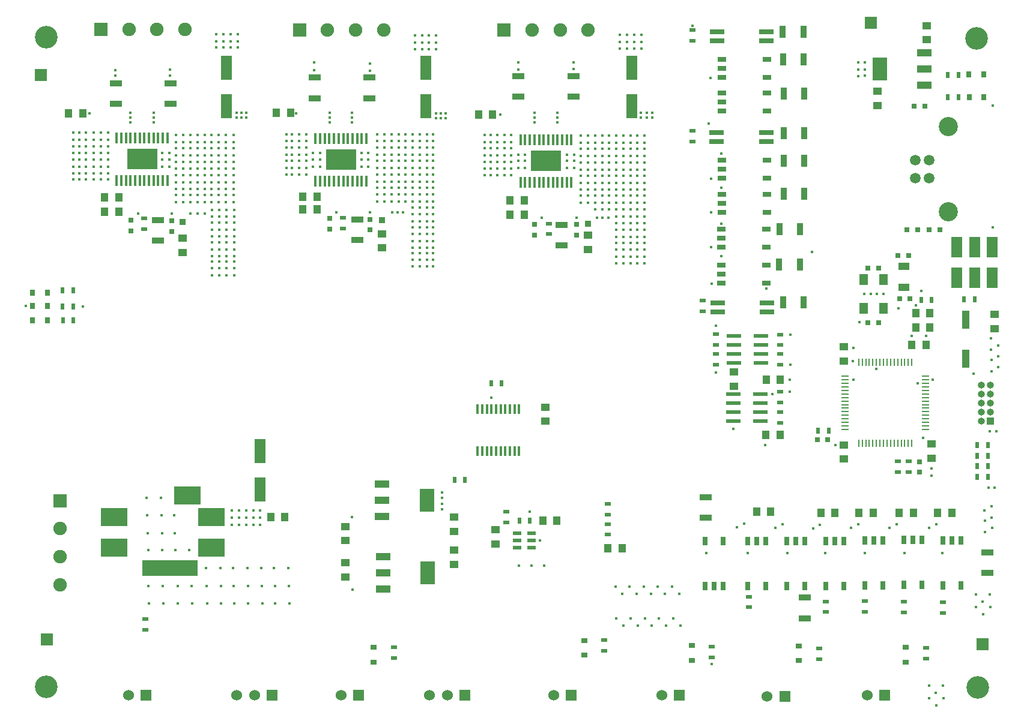
<source format=gts>
G04 #@! TF.FileFunction,Soldermask,Top*
%FSLAX46Y46*%
G04 Gerber Fmt 4.6, Leading zero omitted, Abs format (unit mm)*
G04 Created by KiCad (PCBNEW 4.0.1-stable) date 2018/05/08 19:42:46*
%MOMM*%
G01*
G04 APERTURE LIST*
%ADD10C,0.150000*%
%ADD11C,0.400000*%
%ADD12C,1.900000*%
%ADD13R,1.900000X1.900000*%
%ADD14R,2.000000X3.200000*%
%ADD15R,2.000000X1.000000*%
%ADD16R,1.200000X0.800000*%
%ADD17R,1.200000X1.500000*%
%ADD18R,0.250000X1.000000*%
%ADD19R,1.000000X0.250000*%
%ADD20C,1.520000*%
%ADD21C,2.700000*%
%ADD22R,0.900000X1.700000*%
%ADD23R,1.600000X3.500000*%
%ADD24R,3.800000X2.500000*%
%ADD25R,7.900000X2.300000*%
%ADD26R,1.000000X1.250000*%
%ADD27R,0.750000X0.800000*%
%ADD28R,1.250000X1.000000*%
%ADD29R,0.850000X0.850000*%
%ADD30R,0.800000X0.750000*%
%ADD31R,0.500000X0.900000*%
%ADD32R,0.900000X0.500000*%
%ADD33R,1.700000X0.900000*%
%ADD34R,1.000000X2.500000*%
%ADD35R,1.500000X3.000000*%
%ADD36R,2.000000X0.530000*%
%ADD37R,1.200000X0.500000*%
%ADD38R,1.600000X1.000000*%
%ADD39R,0.800000X1.200000*%
%ADD40R,0.450000X1.650000*%
%ADD41R,4.320000X3.000000*%
%ADD42C,3.200000*%
%ADD43R,1.700000X1.700000*%
%ADD44R,1.000000X1.000000*%
%ADD45O,1.000000X1.000000*%
%ADD46C,1.524000*%
%ADD47R,1.524000X1.524000*%
%ADD48R,2.000000X0.800000*%
%ADD49R,0.450000X1.450000*%
%ADD50R,0.800000X0.900000*%
%ADD51R,0.900000X0.800000*%
G04 APERTURE END LIST*
D10*
D11*
X266475000Y-116120000D03*
X219070000Y-86320000D03*
X220070000Y-86320000D03*
X219070000Y-87320000D03*
X220070000Y-87320000D03*
X220070000Y-89220000D03*
X219070000Y-89220000D03*
X220070000Y-88220000D03*
X219070000Y-88220000D03*
X219070000Y-84420000D03*
X220070000Y-84420000D03*
X219070000Y-85420000D03*
X220070000Y-85420000D03*
X220070000Y-83520000D03*
X219070000Y-83520000D03*
X220070000Y-82520000D03*
X219070000Y-82520000D03*
X219070000Y-91020000D03*
X220070000Y-91020000D03*
X219070000Y-92020000D03*
X220070000Y-92020000D03*
X220070000Y-90120000D03*
X219070000Y-90120000D03*
X219070000Y-92920000D03*
X220070000Y-92920000D03*
X220070000Y-100520000D03*
X219070000Y-100520000D03*
X219070000Y-97720000D03*
X220070000Y-97720000D03*
X220070000Y-99620000D03*
X219070000Y-99620000D03*
X220070000Y-98620000D03*
X219070000Y-98620000D03*
X219070000Y-95820000D03*
X220070000Y-95820000D03*
X219070000Y-96820000D03*
X220070000Y-96820000D03*
X220070000Y-94920000D03*
X219070000Y-94920000D03*
X220070000Y-93920000D03*
X219070000Y-93920000D03*
X190320000Y-89920000D03*
X190320000Y-90820000D03*
X190320000Y-82320000D03*
X190320000Y-83320000D03*
X190320000Y-85220000D03*
X190320000Y-84220000D03*
X190320000Y-88020000D03*
X190320000Y-89020000D03*
X190320000Y-87120000D03*
X190320000Y-86120000D03*
X190320000Y-100020000D03*
X190320000Y-101020000D03*
X190320000Y-99120000D03*
X190320000Y-98320000D03*
X190320000Y-95520000D03*
X190320000Y-97420000D03*
X190320000Y-96420000D03*
X190320000Y-93620000D03*
X190320000Y-94620000D03*
X190320000Y-92720000D03*
X190320000Y-91820000D03*
X198520000Y-119560000D03*
X197540000Y-82420000D03*
X197540000Y-83420000D03*
X197540000Y-85320000D03*
X197540000Y-84320000D03*
X197540000Y-88120000D03*
X197540000Y-87220000D03*
X197540000Y-86220000D03*
X198440000Y-86220000D03*
X198440000Y-87220000D03*
X198440000Y-88120000D03*
X198440000Y-84320000D03*
X198440000Y-85320000D03*
X198440000Y-83420000D03*
X198440000Y-82420000D03*
X169640000Y-82320000D03*
X169640000Y-83320000D03*
X169640000Y-85220000D03*
X169640000Y-84220000D03*
X169640000Y-88020000D03*
X169640000Y-87120000D03*
X169640000Y-86120000D03*
X210190000Y-85220000D03*
X209190000Y-85220000D03*
X210190000Y-87120000D03*
X209190000Y-87120000D03*
X210190000Y-86120000D03*
X209190000Y-86120000D03*
X202290000Y-86120000D03*
X203290000Y-86120000D03*
X202290000Y-87120000D03*
X203290000Y-87120000D03*
X202290000Y-85220000D03*
X203290000Y-85220000D03*
X181190000Y-85020000D03*
X180190000Y-85020000D03*
X181190000Y-86920000D03*
X180190000Y-86920000D03*
X181190000Y-85920000D03*
X180190000Y-85920000D03*
X153090000Y-85020000D03*
X152090000Y-85020000D03*
X153090000Y-86920000D03*
X152090000Y-86920000D03*
X153090000Y-85920000D03*
X152090000Y-85920000D03*
X173390000Y-85920000D03*
X174390000Y-85920000D03*
X173390000Y-86920000D03*
X174390000Y-86920000D03*
X173390000Y-85020000D03*
X174390000Y-85020000D03*
X144490000Y-88720000D03*
X143490000Y-88720000D03*
X142490000Y-88720000D03*
X140390000Y-88720000D03*
X141390000Y-88720000D03*
X139590000Y-88720000D03*
X139590000Y-82120000D03*
X139590000Y-83120000D03*
X139590000Y-85020000D03*
X139590000Y-84020000D03*
X139590000Y-87820000D03*
X139590000Y-86920000D03*
X139590000Y-85920000D03*
X140390000Y-85920000D03*
X141390000Y-85920000D03*
X140390000Y-86920000D03*
X141390000Y-86920000D03*
X141390000Y-87820000D03*
X140390000Y-87820000D03*
X140390000Y-84020000D03*
X141390000Y-84020000D03*
X140390000Y-85020000D03*
X141390000Y-85020000D03*
X141390000Y-83120000D03*
X140390000Y-83120000D03*
X141390000Y-82120000D03*
X140390000Y-82120000D03*
X210100000Y-73100000D03*
X210100000Y-72200000D03*
X202300000Y-72200000D03*
X202300000Y-73200000D03*
X181400000Y-73400000D03*
X181400000Y-72400000D03*
X173500000Y-72200000D03*
X173500000Y-73300000D03*
X153200000Y-74100000D03*
X153200000Y-73200000D03*
X145500000Y-73300000D03*
X145500000Y-74100000D03*
X159740000Y-70120000D03*
X160740000Y-70120000D03*
X161740000Y-70120000D03*
X162740000Y-70120000D03*
X162740000Y-69220000D03*
X161740000Y-69220000D03*
X160740000Y-69220000D03*
X159740000Y-69220000D03*
X162740000Y-68220000D03*
X161740000Y-68220000D03*
X160740000Y-68220000D03*
X159740000Y-68220000D03*
X187740000Y-68420000D03*
X188740000Y-68420000D03*
X189740000Y-68420000D03*
X190740000Y-68420000D03*
X187740000Y-69420000D03*
X188740000Y-69420000D03*
X189740000Y-69420000D03*
X190740000Y-69420000D03*
X190740000Y-70320000D03*
X189740000Y-70320000D03*
X188740000Y-70320000D03*
X187740000Y-70320000D03*
X216640000Y-70220000D03*
X217640000Y-70220000D03*
X218640000Y-70220000D03*
X219640000Y-70220000D03*
X219640000Y-69320000D03*
X218640000Y-69320000D03*
X217640000Y-69320000D03*
X216640000Y-69320000D03*
X219640000Y-68320000D03*
X218640000Y-68320000D03*
X217640000Y-68320000D03*
X216640000Y-68320000D03*
X182440000Y-85220000D03*
X240600000Y-117000000D03*
X240600000Y-118700000D03*
X234150000Y-137270000D03*
X233150000Y-137820000D03*
X238550000Y-137920000D03*
X239550000Y-137370000D03*
X244850000Y-137470000D03*
X243850000Y-138020000D03*
X249250000Y-137920000D03*
X250250000Y-137370000D03*
X254650000Y-137920000D03*
X255650000Y-137370000D03*
X261250000Y-137370000D03*
X260250000Y-137920000D03*
X268100000Y-136920000D03*
X269100000Y-137920000D03*
X268100000Y-138470000D03*
X268050000Y-135420000D03*
X269050000Y-136420000D03*
X269050000Y-134870000D03*
X259400000Y-125200000D03*
X237100000Y-126200000D03*
X247000000Y-126200000D03*
X249500000Y-114400000D03*
X249550000Y-116970000D03*
X257800000Y-110820000D03*
X260750000Y-116970000D03*
X252800000Y-115500000D03*
X249550000Y-112470000D03*
X250450000Y-108870000D03*
X259800000Y-110800000D03*
X258600000Y-117500000D03*
X259100000Y-104420000D03*
X255900000Y-106900000D03*
X258400000Y-106500000D03*
X252850000Y-104870000D03*
X253800000Y-104900000D03*
X268600000Y-132200000D03*
X269500000Y-132200000D03*
X269700000Y-124300000D03*
X268950000Y-111170000D03*
X269950000Y-112170000D03*
X269950000Y-113720000D03*
X268950000Y-112720000D03*
X269000000Y-115770000D03*
X270000000Y-115220000D03*
X269000000Y-114220000D03*
X269200000Y-95520000D03*
X252700000Y-72220000D03*
X253700000Y-72220000D03*
X253700000Y-74100000D03*
X252700000Y-73220000D03*
X253700000Y-73220000D03*
X252700000Y-74120000D03*
X250200000Y-74120000D03*
X240700000Y-110600000D03*
X240700000Y-114900000D03*
X232600000Y-123900000D03*
X230200000Y-116000000D03*
X230200000Y-109400000D03*
X205400000Y-139700000D03*
X226900000Y-67000000D03*
X229200000Y-80800000D03*
X229400000Y-74400000D03*
X229500000Y-88600000D03*
X229500000Y-93400000D03*
X229600000Y-103400000D03*
X229500000Y-98300000D03*
X191600000Y-134500000D03*
X191600000Y-135300000D03*
X191600000Y-133700000D03*
X171000000Y-79400000D03*
X141900000Y-79400000D03*
X147600000Y-79300000D03*
X189440000Y-91820000D03*
X188440000Y-91820000D03*
X187440000Y-91820000D03*
X187440000Y-92720000D03*
X188440000Y-92720000D03*
X189440000Y-92720000D03*
X189440000Y-94620000D03*
X188440000Y-94620000D03*
X187440000Y-94620000D03*
X189440000Y-93620000D03*
X188440000Y-93620000D03*
X187440000Y-93620000D03*
X187440000Y-96420000D03*
X188440000Y-96420000D03*
X189440000Y-96420000D03*
X187440000Y-97420000D03*
X188440000Y-97420000D03*
X189440000Y-97420000D03*
X189440000Y-95520000D03*
X188440000Y-95520000D03*
X187440000Y-95520000D03*
X187440000Y-98320000D03*
X188440000Y-98320000D03*
X189440000Y-98320000D03*
X187440000Y-99120000D03*
X188440000Y-99120000D03*
X189440000Y-99120000D03*
X189440000Y-101020000D03*
X188440000Y-101020000D03*
X187440000Y-101020000D03*
X189440000Y-100020000D03*
X188440000Y-100020000D03*
X187440000Y-100020000D03*
X162240000Y-100320000D03*
X162240000Y-102220000D03*
X162240000Y-101220000D03*
X159140000Y-101220000D03*
X160140000Y-101220000D03*
X161140000Y-101220000D03*
X159140000Y-102220000D03*
X160140000Y-102220000D03*
X161140000Y-102220000D03*
X161140000Y-100320000D03*
X160140000Y-100320000D03*
X159140000Y-100320000D03*
X162240000Y-99520000D03*
X161140000Y-99520000D03*
X160140000Y-99520000D03*
X159140000Y-99520000D03*
X159140000Y-96720000D03*
X160140000Y-96720000D03*
X161140000Y-96720000D03*
X161140000Y-98620000D03*
X160140000Y-98620000D03*
X159140000Y-98620000D03*
X161140000Y-97620000D03*
X160140000Y-97620000D03*
X159140000Y-97620000D03*
X162240000Y-97620000D03*
X162240000Y-98620000D03*
X162240000Y-96720000D03*
X162240000Y-93920000D03*
X162240000Y-95820000D03*
X162240000Y-94820000D03*
X159140000Y-94820000D03*
X160140000Y-94820000D03*
X161140000Y-94820000D03*
X159140000Y-95820000D03*
X160140000Y-95820000D03*
X161140000Y-95820000D03*
X161140000Y-93920000D03*
X160140000Y-93920000D03*
X159140000Y-93920000D03*
X216140000Y-93920000D03*
X217140000Y-93920000D03*
X218140000Y-93920000D03*
X216140000Y-94920000D03*
X217140000Y-94920000D03*
X218140000Y-94920000D03*
X218140000Y-96820000D03*
X217140000Y-96820000D03*
X216140000Y-96820000D03*
X218140000Y-95820000D03*
X217140000Y-95820000D03*
X216140000Y-95820000D03*
X216140000Y-98620000D03*
X217140000Y-98620000D03*
X218140000Y-98620000D03*
X216140000Y-99620000D03*
X217140000Y-99620000D03*
X218140000Y-99620000D03*
X218140000Y-97720000D03*
X217140000Y-97720000D03*
X216140000Y-97720000D03*
X216140000Y-100520000D03*
X217140000Y-100520000D03*
X218140000Y-100520000D03*
X162600000Y-80000000D03*
X162600000Y-79300000D03*
X163300000Y-79300000D03*
X163300000Y-80000000D03*
X164000000Y-80000000D03*
X164000000Y-79300000D03*
X220400000Y-80000000D03*
X220400000Y-79300000D03*
X192100000Y-79400000D03*
X192100000Y-80100000D03*
X191400000Y-80100000D03*
X191400000Y-79400000D03*
X207850000Y-80000000D03*
X207850000Y-79300000D03*
X207850000Y-80700000D03*
X221200000Y-80000000D03*
X221200000Y-79300000D03*
X190700000Y-79400000D03*
X190700000Y-80100000D03*
X204600000Y-80700000D03*
X204600000Y-79300000D03*
X204600000Y-80000000D03*
X219600000Y-80000000D03*
X219600000Y-79300000D03*
X178900000Y-80700000D03*
X178900000Y-79300000D03*
X178900000Y-80000000D03*
X175700000Y-80000000D03*
X175700000Y-79300000D03*
X175700000Y-80700000D03*
X150900000Y-80000000D03*
X150900000Y-79300000D03*
X150900000Y-80700000D03*
X147600000Y-80700000D03*
X199800000Y-79600000D03*
X147600000Y-80000000D03*
X148700000Y-93500000D03*
X153500000Y-93500000D03*
X156100000Y-93500000D03*
X158100000Y-93500000D03*
X157100000Y-93500000D03*
X215000000Y-94100000D03*
X214200000Y-94100000D03*
X213400000Y-94100000D03*
X210500000Y-94100000D03*
X205600000Y-94100000D03*
X176700000Y-93400000D03*
X181400000Y-93400000D03*
X184500000Y-93400000D03*
X185300000Y-93400000D03*
X186100000Y-93400000D03*
X142490000Y-82120000D03*
X143490000Y-82120000D03*
X144490000Y-82120000D03*
X142490000Y-83120000D03*
X143490000Y-83120000D03*
X144490000Y-83120000D03*
X144490000Y-85020000D03*
X143490000Y-85020000D03*
X142490000Y-85020000D03*
X144490000Y-84020000D03*
X143490000Y-84020000D03*
X142490000Y-84020000D03*
X142490000Y-87820000D03*
X143490000Y-87820000D03*
X144490000Y-87820000D03*
X144490000Y-86920000D03*
X143490000Y-86920000D03*
X142490000Y-86920000D03*
X144490000Y-85920000D03*
X143490000Y-85920000D03*
X142490000Y-85920000D03*
X154090000Y-90920000D03*
X155090000Y-90920000D03*
X156090000Y-90920000D03*
X157090000Y-90920000D03*
X154090000Y-91920000D03*
X155090000Y-91920000D03*
X156090000Y-91920000D03*
X157090000Y-91920000D03*
X157090000Y-90020000D03*
X156090000Y-90020000D03*
X155090000Y-90020000D03*
X154090000Y-90020000D03*
X158090000Y-90020000D03*
X159090000Y-90020000D03*
X160090000Y-90020000D03*
X161090000Y-90020000D03*
X161090000Y-91920000D03*
X160090000Y-91920000D03*
X159090000Y-91920000D03*
X158090000Y-91920000D03*
X161090000Y-90920000D03*
X160090000Y-90920000D03*
X159090000Y-90920000D03*
X158090000Y-90920000D03*
X162190000Y-90920000D03*
X162190000Y-91920000D03*
X162190000Y-90020000D03*
X162190000Y-86220000D03*
X162190000Y-87220000D03*
X162190000Y-89120000D03*
X162190000Y-88120000D03*
X162190000Y-84320000D03*
X162190000Y-85320000D03*
X162190000Y-83420000D03*
X162190000Y-82420000D03*
X158090000Y-82420000D03*
X159090000Y-82420000D03*
X160090000Y-82420000D03*
X161090000Y-82420000D03*
X158090000Y-83420000D03*
X159090000Y-83420000D03*
X160090000Y-83420000D03*
X161090000Y-83420000D03*
X161090000Y-85320000D03*
X160090000Y-85320000D03*
X159090000Y-85320000D03*
X158090000Y-85320000D03*
X161090000Y-84320000D03*
X160090000Y-84320000D03*
X159090000Y-84320000D03*
X158090000Y-84320000D03*
X158090000Y-88120000D03*
X159090000Y-88120000D03*
X160090000Y-88120000D03*
X161090000Y-88120000D03*
X158090000Y-89120000D03*
X159090000Y-89120000D03*
X160090000Y-89120000D03*
X161090000Y-89120000D03*
X161090000Y-87220000D03*
X160090000Y-87220000D03*
X159090000Y-87220000D03*
X158090000Y-87220000D03*
X161090000Y-86220000D03*
X160090000Y-86220000D03*
X159090000Y-86220000D03*
X158090000Y-86220000D03*
X154090000Y-86220000D03*
X155090000Y-86220000D03*
X156090000Y-86220000D03*
X157090000Y-86220000D03*
X154090000Y-87220000D03*
X155090000Y-87220000D03*
X156090000Y-87220000D03*
X157090000Y-87220000D03*
X157090000Y-89120000D03*
X156090000Y-89120000D03*
X155090000Y-89120000D03*
X154090000Y-89120000D03*
X157090000Y-88120000D03*
X156090000Y-88120000D03*
X155090000Y-88120000D03*
X154090000Y-88120000D03*
X154090000Y-84320000D03*
X155090000Y-84320000D03*
X156090000Y-84320000D03*
X157090000Y-84320000D03*
X154090000Y-85320000D03*
X155090000Y-85320000D03*
X156090000Y-85320000D03*
X157090000Y-85320000D03*
X157090000Y-83420000D03*
X156090000Y-83420000D03*
X155090000Y-83420000D03*
X154090000Y-83420000D03*
X157090000Y-82420000D03*
X156090000Y-82420000D03*
X155090000Y-82420000D03*
X154090000Y-82420000D03*
D12*
X155340000Y-67530000D03*
X151380000Y-67530000D03*
D13*
X143460000Y-67530000D03*
D12*
X147420000Y-67530000D03*
D11*
X170440000Y-86120000D03*
X171440000Y-86120000D03*
X172440000Y-86120000D03*
X170440000Y-87120000D03*
X171440000Y-87120000D03*
X172440000Y-87120000D03*
X172440000Y-88020000D03*
X171440000Y-88020000D03*
X170440000Y-88020000D03*
X170440000Y-84220000D03*
X171440000Y-84220000D03*
X172440000Y-84220000D03*
X170440000Y-85220000D03*
X171440000Y-85220000D03*
X172440000Y-85220000D03*
X172440000Y-83320000D03*
X171440000Y-83320000D03*
X170440000Y-83320000D03*
X172440000Y-82320000D03*
X171440000Y-82320000D03*
X170440000Y-82320000D03*
X182440000Y-82320000D03*
X183440000Y-82320000D03*
X184440000Y-82320000D03*
X185440000Y-82320000D03*
X182440000Y-83320000D03*
X183440000Y-83320000D03*
X184440000Y-83320000D03*
X185440000Y-83320000D03*
X185440000Y-85220000D03*
X184440000Y-85220000D03*
X183440000Y-85220000D03*
X185440000Y-84220000D03*
X184440000Y-84220000D03*
X183440000Y-84220000D03*
X182440000Y-84220000D03*
X182440000Y-88020000D03*
X183440000Y-88020000D03*
X184440000Y-88020000D03*
X185440000Y-88020000D03*
X182440000Y-89020000D03*
X183440000Y-89020000D03*
X184440000Y-89020000D03*
X185440000Y-89020000D03*
X185440000Y-87120000D03*
X184440000Y-87120000D03*
X183440000Y-87120000D03*
X182440000Y-87120000D03*
X185440000Y-86120000D03*
X184440000Y-86120000D03*
X183440000Y-86120000D03*
X182440000Y-86120000D03*
X186440000Y-86120000D03*
X187440000Y-86120000D03*
X188440000Y-86120000D03*
X189440000Y-86120000D03*
X186440000Y-87120000D03*
X187440000Y-87120000D03*
X188440000Y-87120000D03*
X189440000Y-87120000D03*
X189440000Y-89020000D03*
X188440000Y-89020000D03*
X187440000Y-89020000D03*
X186440000Y-89020000D03*
X189440000Y-88020000D03*
X188440000Y-88020000D03*
X187440000Y-88020000D03*
X186440000Y-88020000D03*
X186440000Y-84220000D03*
X187440000Y-84220000D03*
X188440000Y-84220000D03*
X189440000Y-84220000D03*
X186440000Y-85220000D03*
X187440000Y-85220000D03*
X188440000Y-85220000D03*
X189440000Y-85220000D03*
X189440000Y-83320000D03*
X188440000Y-83320000D03*
X187440000Y-83320000D03*
X186440000Y-83320000D03*
X189440000Y-82320000D03*
X188440000Y-82320000D03*
X187440000Y-82320000D03*
X186440000Y-82320000D03*
X162240000Y-93020000D03*
X186440000Y-90820000D03*
X187440000Y-90820000D03*
X188440000Y-90820000D03*
X189440000Y-90820000D03*
X186440000Y-91820000D03*
X159140000Y-93020000D03*
X160140000Y-93020000D03*
X161140000Y-93020000D03*
X189440000Y-89920000D03*
X188440000Y-89920000D03*
X187440000Y-89920000D03*
X186440000Y-89920000D03*
X182440000Y-89920000D03*
X183440000Y-89920000D03*
X184440000Y-89920000D03*
X185440000Y-89920000D03*
X185440000Y-91820000D03*
X184440000Y-91820000D03*
X183440000Y-91820000D03*
X182440000Y-91820000D03*
X185440000Y-90820000D03*
X184440000Y-90820000D03*
X183440000Y-90820000D03*
X182440000Y-90820000D03*
X199340000Y-82420000D03*
X200340000Y-82420000D03*
X201340000Y-82420000D03*
X199340000Y-83420000D03*
X200340000Y-83420000D03*
X201340000Y-83420000D03*
X201340000Y-85320000D03*
X200340000Y-85320000D03*
X199340000Y-85320000D03*
X201340000Y-84320000D03*
X200340000Y-84320000D03*
X199340000Y-84320000D03*
X199340000Y-88120000D03*
X200340000Y-88120000D03*
X201340000Y-88120000D03*
X201340000Y-87220000D03*
X200340000Y-87220000D03*
X199340000Y-87220000D03*
X201340000Y-86220000D03*
X200340000Y-86220000D03*
X199340000Y-86220000D03*
X218140000Y-92920000D03*
X217140000Y-92920000D03*
X216140000Y-92920000D03*
X215140000Y-92920000D03*
X213140000Y-92920000D03*
X214140000Y-92920000D03*
X211140000Y-91020000D03*
X212140000Y-91020000D03*
X213140000Y-91020000D03*
X214140000Y-91020000D03*
X211140000Y-92020000D03*
X212140000Y-92020000D03*
X213140000Y-92020000D03*
X214140000Y-92020000D03*
X214140000Y-90120000D03*
X213140000Y-90120000D03*
X212140000Y-90120000D03*
X211140000Y-90120000D03*
X215140000Y-90120000D03*
X216140000Y-90120000D03*
X217140000Y-90120000D03*
X218140000Y-90120000D03*
X218140000Y-92020000D03*
X217140000Y-92020000D03*
X216140000Y-92020000D03*
X215140000Y-92020000D03*
X218140000Y-91020000D03*
X217140000Y-91020000D03*
X216140000Y-91020000D03*
X215140000Y-91020000D03*
X215140000Y-82520000D03*
X216140000Y-82520000D03*
X217140000Y-82520000D03*
X218140000Y-82520000D03*
X215140000Y-83520000D03*
X216140000Y-83520000D03*
X217140000Y-83520000D03*
X218140000Y-83520000D03*
X218140000Y-85420000D03*
X217140000Y-85420000D03*
X216140000Y-85420000D03*
X215140000Y-85420000D03*
X218140000Y-84420000D03*
X217140000Y-84420000D03*
X216140000Y-84420000D03*
X215140000Y-84420000D03*
X215140000Y-88220000D03*
X216140000Y-88220000D03*
X217140000Y-88220000D03*
X218140000Y-88220000D03*
X215140000Y-89220000D03*
X216140000Y-89220000D03*
X217140000Y-89220000D03*
X218140000Y-89220000D03*
X218140000Y-87320000D03*
X217140000Y-87320000D03*
X216140000Y-87320000D03*
X215140000Y-87320000D03*
X218140000Y-86320000D03*
X217140000Y-86320000D03*
X216140000Y-86320000D03*
X215140000Y-86320000D03*
X211140000Y-86320000D03*
X212140000Y-86320000D03*
X213140000Y-86320000D03*
X214140000Y-86320000D03*
X211140000Y-87320000D03*
X212140000Y-87320000D03*
X213140000Y-87320000D03*
X214140000Y-87320000D03*
X214140000Y-89220000D03*
X213140000Y-89220000D03*
X212140000Y-89220000D03*
X211140000Y-89220000D03*
X214140000Y-88220000D03*
X213140000Y-88220000D03*
X212140000Y-88220000D03*
X211140000Y-88220000D03*
X211140000Y-84420000D03*
X212140000Y-84420000D03*
X213140000Y-84420000D03*
X214140000Y-84420000D03*
X211140000Y-85420000D03*
X212140000Y-85420000D03*
X213140000Y-85420000D03*
X214140000Y-85420000D03*
D14*
X253250000Y-73150000D03*
D15*
X259550000Y-73150000D03*
X259550000Y-70850000D03*
X259550000Y-75450000D03*
D16*
X237320000Y-103345000D03*
X237320000Y-100805000D03*
X230970000Y-102075000D03*
X230970000Y-100805000D03*
X230970000Y-103345000D03*
D17*
X253775000Y-106925000D03*
X253775000Y-102825000D03*
X250975000Y-102825000D03*
X250975000Y-106925000D03*
D18*
X257800000Y-114550000D03*
X257300000Y-114550000D03*
X256800000Y-114550000D03*
X256300000Y-114550000D03*
X255800000Y-114550000D03*
X255300000Y-114550000D03*
X254800000Y-114550000D03*
X254300000Y-114550000D03*
X253800000Y-114550000D03*
X253300000Y-114550000D03*
X252800000Y-114550000D03*
X252300000Y-114550000D03*
X251800000Y-114550000D03*
X251300000Y-114550000D03*
X250800000Y-114550000D03*
X250300000Y-114550000D03*
D19*
X248350000Y-116500000D03*
X248350000Y-117000000D03*
X248350000Y-117500000D03*
X248350000Y-118000000D03*
X248350000Y-118500000D03*
X248350000Y-119000000D03*
X248350000Y-119500000D03*
X248350000Y-120000000D03*
X248350000Y-120500000D03*
X248350000Y-121000000D03*
X248350000Y-121500000D03*
X248350000Y-122000000D03*
X248350000Y-122500000D03*
X248350000Y-123000000D03*
X248350000Y-123500000D03*
X248350000Y-124000000D03*
D18*
X250300000Y-125950000D03*
X250800000Y-125950000D03*
X251300000Y-125950000D03*
X251800000Y-125950000D03*
X252300000Y-125950000D03*
X252800000Y-125950000D03*
X253300000Y-125950000D03*
X253800000Y-125950000D03*
X254300000Y-125950000D03*
X254800000Y-125950000D03*
X255300000Y-125950000D03*
X255800000Y-125950000D03*
X256300000Y-125950000D03*
X256800000Y-125950000D03*
X257300000Y-125950000D03*
X257800000Y-125950000D03*
D19*
X259750000Y-124000000D03*
X259750000Y-123500000D03*
X259750000Y-123000000D03*
X259750000Y-122500000D03*
X259750000Y-122000000D03*
X259750000Y-121500000D03*
X259750000Y-121000000D03*
X259750000Y-120500000D03*
X259750000Y-120000000D03*
X259750000Y-119500000D03*
X259750000Y-119000000D03*
X259750000Y-118500000D03*
X259750000Y-118000000D03*
X259750000Y-117500000D03*
X259750000Y-117000000D03*
X259750000Y-116500000D03*
D20*
X258250000Y-88540000D03*
X258250000Y-86000000D03*
X260250000Y-86000000D03*
X260250000Y-88540000D03*
D21*
X262950000Y-93270000D03*
X262950000Y-81270000D03*
D11*
X260564000Y-129538000D03*
X260564000Y-130538000D03*
X205994000Y-143256000D03*
X204216000Y-143256000D03*
X202438000Y-143256000D03*
X238100000Y-119000000D03*
X245618000Y-141478000D03*
X234696000Y-141478000D03*
X240284000Y-141478000D03*
X251206000Y-141478000D03*
X256794000Y-141478000D03*
X228800000Y-141450000D03*
X268800000Y-124300000D03*
X262128000Y-141478000D03*
D22*
X239600000Y-67875000D03*
X242500000Y-67875000D03*
D16*
X237330000Y-79075000D03*
X237330000Y-76535000D03*
X230980000Y-77805000D03*
X230980000Y-76535000D03*
X230980000Y-79075000D03*
D14*
X189430000Y-134030000D03*
D15*
X183130000Y-134030000D03*
X183130000Y-136330000D03*
X183130000Y-131730000D03*
D11*
X140970000Y-106680000D03*
D23*
X165950000Y-132500000D03*
X165950000Y-127100000D03*
D11*
X161950000Y-135450000D03*
X162950000Y-135450000D03*
X161950000Y-136450000D03*
X162950000Y-136450000D03*
X161950000Y-137450000D03*
X162950000Y-137450000D03*
X154350000Y-148550000D03*
X156350000Y-148550000D03*
X156300000Y-146150000D03*
X154300000Y-146150000D03*
X150200000Y-146150000D03*
X152200000Y-146150000D03*
X152250000Y-148550000D03*
X150250000Y-148550000D03*
X168050000Y-148550000D03*
X170050000Y-148550000D03*
X170000000Y-146150000D03*
X168000000Y-146150000D03*
X169900000Y-143600000D03*
X167900000Y-143600000D03*
X166100000Y-143600000D03*
X166200000Y-146150000D03*
X166250000Y-148550000D03*
X158450000Y-148550000D03*
X160450000Y-148550000D03*
X160400000Y-146150000D03*
X158400000Y-146150000D03*
X160300000Y-143600000D03*
X158300000Y-143600000D03*
X162100000Y-143600000D03*
X164100000Y-143600000D03*
X162200000Y-146150000D03*
X164200000Y-146150000D03*
X164250000Y-148550000D03*
X162250000Y-148550000D03*
X153950000Y-141050000D03*
X155950000Y-141050000D03*
X153900000Y-138650000D03*
X153800000Y-136100000D03*
X150000000Y-136100000D03*
X152000000Y-136100000D03*
X151950000Y-133700000D03*
X149950000Y-133700000D03*
X150100000Y-138650000D03*
X152100000Y-138650000D03*
X152150000Y-141050000D03*
X150150000Y-141050000D03*
D24*
X155650000Y-133300000D03*
X159050000Y-136400000D03*
X159050000Y-140700000D03*
D25*
X153200000Y-143600000D03*
D24*
X145350000Y-136400000D03*
X145350000Y-140700000D03*
D11*
X230950000Y-94939000D03*
D23*
X218300000Y-78400000D03*
X218300000Y-73000000D03*
D11*
X252000000Y-104900000D03*
X251050000Y-104870000D03*
X237300000Y-104083000D03*
X266850000Y-149100000D03*
X268850000Y-149100000D03*
X267850000Y-150100000D03*
X267800000Y-148300000D03*
X268800000Y-147300000D03*
X266800000Y-147300000D03*
X260200000Y-160150000D03*
X262200000Y-160150000D03*
X261200000Y-161150000D03*
X261250000Y-162950000D03*
X262250000Y-161950000D03*
X260250000Y-161950000D03*
X225000000Y-147200000D03*
X223000000Y-147200000D03*
X221000000Y-147200000D03*
X219000000Y-147200000D03*
X217000000Y-147200000D03*
X224000000Y-146200000D03*
X222000000Y-146200000D03*
X220000000Y-146200000D03*
X218000000Y-146200000D03*
X216000000Y-146200000D03*
X191600000Y-132900000D03*
X203962000Y-135636000D03*
X156200000Y-143600000D03*
X154200000Y-143600000D03*
X152200000Y-143600000D03*
X150200000Y-143600000D03*
X230950000Y-85033000D03*
X230950000Y-89859000D03*
X230950000Y-99575000D03*
X216150000Y-150700000D03*
X218150000Y-150700000D03*
X220150000Y-150700000D03*
X222150000Y-150700000D03*
X224150000Y-150700000D03*
X217150000Y-151700000D03*
X219150000Y-151700000D03*
X221150000Y-151700000D03*
X223150000Y-151700000D03*
X225150000Y-151700000D03*
X251200000Y-73220000D03*
X250200000Y-73220000D03*
X251200000Y-74100000D03*
X251200000Y-72220000D03*
X250200000Y-72220000D03*
X269200000Y-78320000D03*
D12*
X137700000Y-145930000D03*
X137700000Y-141970000D03*
D13*
X137700000Y-134050000D03*
D12*
X137700000Y-138010000D03*
D11*
X165950000Y-137450000D03*
X164950000Y-137450000D03*
X163950000Y-137450000D03*
X132890000Y-106570000D03*
X165950000Y-136450000D03*
X164950000Y-136450000D03*
X163950000Y-136450000D03*
X178950000Y-146600000D03*
X178850000Y-136350000D03*
X229600000Y-157150000D03*
X165950000Y-135450000D03*
X164950000Y-135450000D03*
X163950000Y-135450000D03*
X214140000Y-83520000D03*
X213140000Y-83520000D03*
X212140000Y-83520000D03*
X211140000Y-83520000D03*
X214140000Y-82520000D03*
X213140000Y-82520000D03*
X212140000Y-82520000D03*
X211140000Y-82520000D03*
X243750000Y-98975000D03*
X207740000Y-87170000D03*
X206740000Y-87170000D03*
X205740000Y-87170000D03*
X204740000Y-87170000D03*
X178940000Y-86970000D03*
X177940000Y-86970000D03*
X176940000Y-86970000D03*
X175940000Y-86970000D03*
X150790000Y-86920000D03*
X149790000Y-86920000D03*
X148790000Y-86920000D03*
X147790000Y-86920000D03*
X207740000Y-86170000D03*
X206740000Y-86170000D03*
X205740000Y-86170000D03*
X204740000Y-86170000D03*
X178940000Y-85970000D03*
X177940000Y-85970000D03*
X176940000Y-85970000D03*
X175940000Y-85970000D03*
X150790000Y-85920000D03*
X149790000Y-85920000D03*
X148790000Y-85920000D03*
X147790000Y-85920000D03*
X207740000Y-85170000D03*
X206740000Y-85170000D03*
X205740000Y-85170000D03*
X204740000Y-85170000D03*
X178940000Y-84970000D03*
X177940000Y-84970000D03*
X176940000Y-84970000D03*
X175940000Y-84970000D03*
X150790000Y-84920000D03*
X149790000Y-84920000D03*
X148790000Y-84920000D03*
D26*
X235900000Y-135650000D03*
X237900000Y-135650000D03*
D27*
X147700000Y-95950000D03*
X147700000Y-94450000D03*
D26*
X138900000Y-79400000D03*
X140900000Y-79400000D03*
D23*
X161200000Y-78400000D03*
X161200000Y-73000000D03*
D26*
X145978000Y-93288000D03*
X143978000Y-93288000D03*
D27*
X153500000Y-96050000D03*
X153500000Y-94550000D03*
D26*
X143978000Y-91256000D03*
X145978000Y-91256000D03*
D28*
X155000000Y-97000000D03*
X155000000Y-99000000D03*
D29*
X155000000Y-94700000D03*
D28*
X177950000Y-144850000D03*
X177950000Y-142850000D03*
X259900000Y-69000000D03*
X259900000Y-67000000D03*
X193240000Y-138390000D03*
X193240000Y-136390000D03*
X252950000Y-76300000D03*
X252950000Y-78300000D03*
X177900000Y-137700000D03*
X177900000Y-139700000D03*
X193230000Y-143070000D03*
X193230000Y-141070000D03*
D30*
X244450000Y-125450000D03*
X245950000Y-125450000D03*
D27*
X258850000Y-130050000D03*
X258850000Y-128550000D03*
D30*
X251625000Y-108925000D03*
X253125000Y-108925000D03*
D28*
X269450000Y-107750000D03*
X269450000Y-109750000D03*
D30*
X253125000Y-101225000D03*
X251625000Y-101225000D03*
D26*
X260350000Y-107550000D03*
X258350000Y-107550000D03*
D30*
X256050000Y-105580000D03*
X257550000Y-105580000D03*
D26*
X260350000Y-109600000D03*
X258350000Y-109600000D03*
D28*
X248250000Y-114350000D03*
X248250000Y-112350000D03*
D26*
X237250000Y-117000000D03*
X239250000Y-117000000D03*
D28*
X260550000Y-126050000D03*
X260550000Y-128050000D03*
D30*
X255850000Y-99430000D03*
X257350000Y-99430000D03*
D28*
X248250000Y-126200000D03*
X248250000Y-128200000D03*
D26*
X257800000Y-112050000D03*
X259800000Y-112050000D03*
X167400000Y-136400000D03*
X169400000Y-136400000D03*
D28*
X206170000Y-122860000D03*
X206170000Y-120860000D03*
D26*
X258000000Y-135750000D03*
X256000000Y-135750000D03*
X263450000Y-135750000D03*
X261450000Y-135750000D03*
D28*
X232700000Y-117900000D03*
X232700000Y-115900000D03*
D26*
X246950000Y-135800000D03*
X244950000Y-135800000D03*
X237200000Y-124750000D03*
X239200000Y-124750000D03*
X216950000Y-140800000D03*
X214950000Y-140800000D03*
D27*
X175700000Y-95750000D03*
X175700000Y-94250000D03*
D28*
X199136000Y-138192000D03*
X199136000Y-140192000D03*
D27*
X204600000Y-96550000D03*
X204600000Y-95050000D03*
D26*
X168200000Y-79300000D03*
X170200000Y-79300000D03*
X196700000Y-79600000D03*
X198700000Y-79600000D03*
D23*
X189300000Y-78400000D03*
X189300000Y-73000000D03*
D26*
X207756000Y-136906000D03*
X205756000Y-136906000D03*
X173946000Y-92942000D03*
X171946000Y-92942000D03*
X203162000Y-93696000D03*
X201162000Y-93696000D03*
D27*
X181400000Y-95850000D03*
X181400000Y-94350000D03*
X210500000Y-96550000D03*
X210500000Y-95050000D03*
D26*
X171946000Y-91164000D03*
X173946000Y-91164000D03*
X201162000Y-91664000D03*
X203162000Y-91664000D03*
D28*
X183100000Y-96400000D03*
X183100000Y-98400000D03*
X212100000Y-96600000D03*
X212100000Y-98600000D03*
D26*
X252350000Y-135800000D03*
X250350000Y-135800000D03*
D29*
X183100000Y-94500000D03*
X212100000Y-95000000D03*
D31*
X259100000Y-105700000D03*
X260600000Y-105700000D03*
X246100000Y-124150000D03*
X244600000Y-124150000D03*
D32*
X244700000Y-156450000D03*
X244700000Y-154950000D03*
X259800000Y-156350000D03*
X259800000Y-154850000D03*
X214400000Y-153750000D03*
X214400000Y-155250000D03*
D33*
X228700000Y-136500000D03*
X228700000Y-133600000D03*
D32*
X229600000Y-154650000D03*
X229600000Y-156150000D03*
X184800000Y-154750000D03*
X184800000Y-156250000D03*
D31*
X268500000Y-130720000D03*
X267000000Y-130720000D03*
X268500000Y-129220000D03*
X267000000Y-129220000D03*
X268500000Y-127720000D03*
X267000000Y-127720000D03*
X268500000Y-126220000D03*
X267000000Y-126220000D03*
D32*
X257350000Y-130000000D03*
X257350000Y-128500000D03*
X255800000Y-130000000D03*
X255800000Y-128500000D03*
D31*
X138090000Y-106620000D03*
X139590000Y-106620000D03*
X139590000Y-104370000D03*
X138090000Y-104370000D03*
D32*
X149700000Y-150800000D03*
X149700000Y-152300000D03*
D31*
X266650000Y-105600000D03*
X265150000Y-105600000D03*
D32*
X239250000Y-114850000D03*
X239250000Y-113350000D03*
X239200000Y-110600000D03*
X239200000Y-112100000D03*
X149600000Y-95750000D03*
X149600000Y-94250000D03*
X228300000Y-105850000D03*
X228300000Y-107350000D03*
D33*
X145550000Y-78050000D03*
X145550000Y-75150000D03*
D31*
X193310000Y-131140000D03*
X194810000Y-131140000D03*
D33*
X153300000Y-78050000D03*
X153300000Y-75150000D03*
X268450000Y-141350000D03*
X268450000Y-144250000D03*
X242700000Y-150650000D03*
X242700000Y-147750000D03*
D32*
X239250000Y-123050000D03*
X239250000Y-121550000D03*
X239250000Y-118700000D03*
X239250000Y-120200000D03*
D22*
X239700000Y-90775000D03*
X242600000Y-90775000D03*
X239700000Y-86075000D03*
X242600000Y-86075000D03*
X239700000Y-82175000D03*
X242600000Y-82175000D03*
X239700000Y-76600000D03*
X242600000Y-76600000D03*
X239650000Y-71800000D03*
X242550000Y-71800000D03*
D32*
X214900000Y-134550000D03*
X214900000Y-136050000D03*
X214900000Y-138850000D03*
X214900000Y-137350000D03*
D31*
X202450000Y-136906000D03*
X203950000Y-136906000D03*
D32*
X226900000Y-81850000D03*
X226900000Y-83350000D03*
X177600000Y-95650000D03*
X177600000Y-94150000D03*
X226900000Y-67650000D03*
X226900000Y-69150000D03*
X206600000Y-96450000D03*
X206600000Y-94950000D03*
D33*
X179600000Y-94350000D03*
X179600000Y-97250000D03*
X208400000Y-95150000D03*
X208400000Y-98050000D03*
X173600000Y-77250000D03*
X173600000Y-74350000D03*
X202300000Y-77050000D03*
X202300000Y-74150000D03*
X181300000Y-77250000D03*
X181300000Y-74350000D03*
X210100000Y-77050000D03*
X210100000Y-74150000D03*
D34*
X265400000Y-108550000D03*
X265400000Y-114050000D03*
D35*
X269150000Y-102600000D03*
X266650000Y-102600000D03*
X264150000Y-102600000D03*
X264150000Y-98300000D03*
X266650000Y-98300000D03*
X269150000Y-98300000D03*
D36*
X236460000Y-122810000D03*
X236460000Y-121540000D03*
X236460000Y-120270000D03*
X236460000Y-119000000D03*
X232650000Y-119000000D03*
X232650000Y-120270000D03*
X232650000Y-121540000D03*
X232650000Y-122810000D03*
D37*
X202168000Y-139684000D03*
X202168000Y-138684000D03*
X202168000Y-140684000D03*
X204168000Y-140684000D03*
X204168000Y-139684000D03*
X204168000Y-138684000D03*
D30*
X260250000Y-95850000D03*
X261750000Y-95850000D03*
X258600000Y-95800000D03*
X257100000Y-95800000D03*
D38*
X256700000Y-103980000D03*
X256700000Y-100980000D03*
D36*
X236510000Y-114635000D03*
X236510000Y-113365000D03*
X236510000Y-112095000D03*
X236510000Y-110825000D03*
X232700000Y-110825000D03*
X232700000Y-112095000D03*
X232700000Y-113365000D03*
X232700000Y-114635000D03*
D12*
X183340000Y-67630000D03*
X179380000Y-67630000D03*
D13*
X171460000Y-67630000D03*
D12*
X175420000Y-67630000D03*
X212180000Y-67600000D03*
X208220000Y-67600000D03*
D13*
X200300000Y-67600000D03*
D12*
X204260000Y-67600000D03*
D39*
X231220000Y-139730000D03*
X228680000Y-139730000D03*
X229950000Y-146080000D03*
X228680000Y-146080000D03*
X231220000Y-146080000D03*
D16*
X237330000Y-93325000D03*
X237330000Y-90785000D03*
X230980000Y-92055000D03*
X230980000Y-90785000D03*
X230980000Y-93325000D03*
X237330000Y-88575000D03*
X237330000Y-86035000D03*
X230980000Y-87305000D03*
X230980000Y-86035000D03*
X230980000Y-88575000D03*
X237330000Y-74325000D03*
X237330000Y-71785000D03*
X230980000Y-73055000D03*
X230980000Y-71785000D03*
X230980000Y-74325000D03*
D39*
X234680000Y-146070000D03*
X237220000Y-146070000D03*
X235950000Y-139720000D03*
X237220000Y-139720000D03*
X234680000Y-139720000D03*
D40*
X173740000Y-88920000D03*
X174390000Y-88920000D03*
X175040000Y-88920000D03*
X175690000Y-88920000D03*
X176340000Y-88920000D03*
X176990000Y-88920000D03*
X177640000Y-88920000D03*
X178290000Y-88920000D03*
X178940000Y-88920000D03*
X179590000Y-88920000D03*
X180240000Y-88920000D03*
X180890000Y-88920000D03*
X180890000Y-82920000D03*
X180240000Y-82920000D03*
X179590000Y-82920000D03*
X178940000Y-82920000D03*
X178290000Y-82920000D03*
X177640000Y-82920000D03*
X176990000Y-82920000D03*
X176340000Y-82920000D03*
X175690000Y-82920000D03*
X175040000Y-82920000D03*
X174390000Y-82920000D03*
X173740000Y-82920000D03*
D41*
X177340000Y-85920000D03*
D40*
X202640000Y-89120000D03*
X203290000Y-89120000D03*
X203940000Y-89120000D03*
X204590000Y-89120000D03*
X205240000Y-89120000D03*
X205890000Y-89120000D03*
X206540000Y-89120000D03*
X207190000Y-89120000D03*
X207840000Y-89120000D03*
X208490000Y-89120000D03*
X209140000Y-89120000D03*
X209790000Y-89120000D03*
X209790000Y-83120000D03*
X209140000Y-83120000D03*
X208490000Y-83120000D03*
X207840000Y-83120000D03*
X207190000Y-83120000D03*
X206540000Y-83120000D03*
X205890000Y-83120000D03*
X205240000Y-83120000D03*
X204590000Y-83120000D03*
X203940000Y-83120000D03*
X203290000Y-83120000D03*
X202640000Y-83120000D03*
D41*
X206240000Y-86120000D03*
D40*
X145690000Y-88870000D03*
X146340000Y-88870000D03*
X146990000Y-88870000D03*
X147640000Y-88870000D03*
X148290000Y-88870000D03*
X148940000Y-88870000D03*
X149590000Y-88870000D03*
X150240000Y-88870000D03*
X150890000Y-88870000D03*
X151540000Y-88870000D03*
X152190000Y-88870000D03*
X152840000Y-88870000D03*
X152840000Y-82870000D03*
X152190000Y-82870000D03*
X151540000Y-82870000D03*
X150890000Y-82870000D03*
X150240000Y-82870000D03*
X149590000Y-82870000D03*
X148940000Y-82870000D03*
X148290000Y-82870000D03*
X147640000Y-82870000D03*
X146990000Y-82870000D03*
X146340000Y-82870000D03*
X145690000Y-82870000D03*
D41*
X149290000Y-85870000D03*
D11*
X147790000Y-84920000D03*
D42*
X135810000Y-68630000D03*
X135750000Y-160300000D03*
X266950000Y-68820000D03*
X267100000Y-160400000D03*
D33*
X151500000Y-94450000D03*
X151500000Y-97350000D03*
D14*
X189570000Y-144250000D03*
D15*
X183270000Y-144250000D03*
X183270000Y-146550000D03*
X183270000Y-141950000D03*
D31*
X264350000Y-77150000D03*
X262850000Y-77150000D03*
D39*
X256705000Y-145970000D03*
X259245000Y-145970000D03*
X257975000Y-139620000D03*
X259245000Y-139620000D03*
X256705000Y-139620000D03*
X262155000Y-146020000D03*
X264695000Y-146020000D03*
X263425000Y-139670000D03*
X264695000Y-139670000D03*
X262155000Y-139670000D03*
X245630000Y-146095000D03*
X248170000Y-146095000D03*
X246900000Y-139745000D03*
X248170000Y-139745000D03*
X245630000Y-139745000D03*
X251155000Y-145995000D03*
X253695000Y-145995000D03*
X252425000Y-139645000D03*
X253695000Y-139645000D03*
X251155000Y-139645000D03*
X240155000Y-146145000D03*
X242695000Y-146145000D03*
X241425000Y-139795000D03*
X242695000Y-139795000D03*
X240155000Y-139795000D03*
D31*
X264350000Y-73950000D03*
X262850000Y-73950000D03*
X138115000Y-108620000D03*
X139615000Y-108620000D03*
D32*
X200660000Y-137148000D03*
X200660000Y-135648000D03*
X234800000Y-149100000D03*
X234800000Y-147600000D03*
X251175000Y-149725000D03*
X251175000Y-148225000D03*
X245700000Y-149775000D03*
X245700000Y-148275000D03*
X262200000Y-149900000D03*
X262200000Y-148400000D03*
X256700000Y-149850000D03*
X256700000Y-148350000D03*
X230200000Y-110550000D03*
X230200000Y-112050000D03*
X230200000Y-114850000D03*
X230200000Y-113350000D03*
D43*
X135000000Y-74000000D03*
X135825000Y-153675000D03*
X267800000Y-154350000D03*
X252050000Y-66650000D03*
D44*
X268850000Y-122800000D03*
D45*
X267580000Y-122800000D03*
X268850000Y-121530000D03*
X267580000Y-121530000D03*
X268850000Y-120260000D03*
X267580000Y-120260000D03*
X268850000Y-118990000D03*
X267580000Y-118990000D03*
X268850000Y-117720000D03*
X267580000Y-117720000D03*
D46*
X189798000Y-161544000D03*
D47*
X194798000Y-161544000D03*
D46*
X192298000Y-161544000D03*
X162620000Y-161544000D03*
D47*
X167620000Y-161544000D03*
D46*
X165120000Y-161544000D03*
D47*
X179812000Y-161544000D03*
D46*
X177312000Y-161544000D03*
D47*
X225024000Y-161544000D03*
D46*
X222524000Y-161544000D03*
D47*
X209784000Y-161544000D03*
D46*
X207284000Y-161544000D03*
D47*
X239910000Y-161650000D03*
D46*
X237410000Y-161650000D03*
D47*
X149840000Y-161544000D03*
D46*
X147340000Y-161544000D03*
D47*
X253980000Y-161544000D03*
D46*
X251480000Y-161544000D03*
D22*
X239150000Y-95750000D03*
X242050000Y-95750000D03*
X239100000Y-100750000D03*
X242000000Y-100750000D03*
X239650000Y-106100000D03*
X242550000Y-106100000D03*
D16*
X237320000Y-98245000D03*
X237320000Y-95705000D03*
X230970000Y-96975000D03*
X230970000Y-95705000D03*
X230970000Y-98245000D03*
D48*
X237300000Y-82145000D03*
X230300000Y-82145000D03*
X237300000Y-83415000D03*
X230300000Y-83415000D03*
X237325000Y-67870000D03*
X230325000Y-67870000D03*
X237325000Y-69140000D03*
X230325000Y-69140000D03*
X237400000Y-106145000D03*
X230400000Y-106145000D03*
X237400000Y-107415000D03*
X230400000Y-107415000D03*
D31*
X198470000Y-117500000D03*
X199970000Y-117500000D03*
D49*
X196595000Y-127020000D03*
X197245000Y-127020000D03*
X197895000Y-127020000D03*
X198545000Y-127020000D03*
X199195000Y-127020000D03*
X199845000Y-127020000D03*
X200495000Y-127020000D03*
X201145000Y-127020000D03*
X201795000Y-127020000D03*
X202445000Y-127020000D03*
X202445000Y-121120000D03*
X201795000Y-121120000D03*
X201145000Y-121120000D03*
X200495000Y-121120000D03*
X199845000Y-121120000D03*
X199195000Y-121120000D03*
X198545000Y-121120000D03*
X197895000Y-121120000D03*
X197245000Y-121120000D03*
X196595000Y-121120000D03*
D30*
X258150000Y-78350000D03*
X259650000Y-78350000D03*
D50*
X267975000Y-77125000D03*
X265875000Y-77125000D03*
X267925000Y-73925000D03*
X265825000Y-73925000D03*
X133850000Y-106600000D03*
X135950000Y-106600000D03*
X133850000Y-104725000D03*
X135950000Y-104725000D03*
X133825000Y-108575000D03*
X135925000Y-108575000D03*
D51*
X241900000Y-154550000D03*
X241900000Y-156650000D03*
X256925000Y-154750000D03*
X256925000Y-156850000D03*
X211600000Y-153775000D03*
X211600000Y-155875000D03*
X226775000Y-154525000D03*
X226775000Y-156625000D03*
X181900000Y-154775000D03*
X181900000Y-156875000D03*
M02*

</source>
